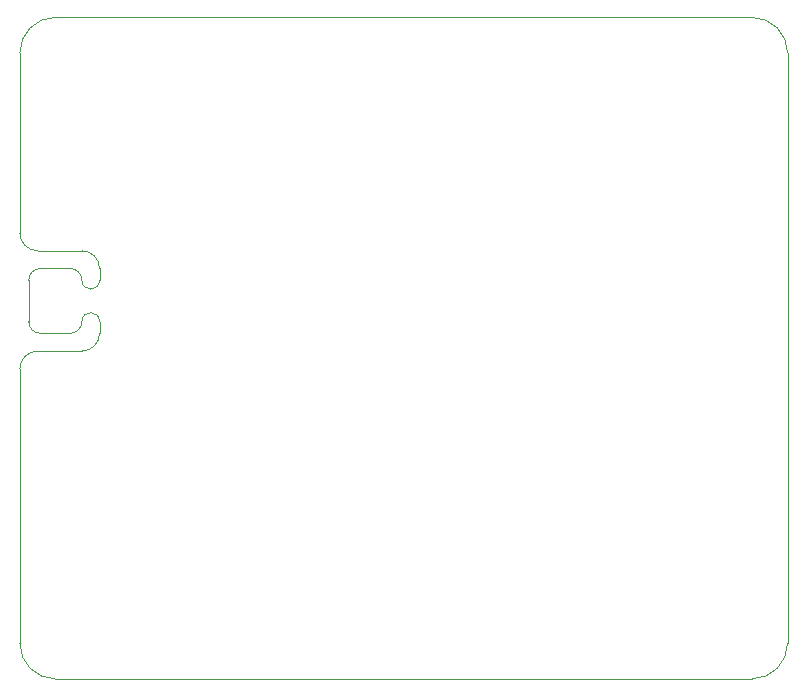
<source format=gm1>
G04 #@! TF.GenerationSoftware,KiCad,Pcbnew,5.1.4+dfsg1-1*
G04 #@! TF.CreationDate,2019-09-17T12:44:20+02:00*
G04 #@! TF.ProjectId,alpha,616c7068-612e-46b6-9963-61645f706362,rev?*
G04 #@! TF.SameCoordinates,Original*
G04 #@! TF.FileFunction,Profile,NP*
%FSLAX46Y46*%
G04 Gerber Fmt 4.6, Leading zero omitted, Abs format (unit mm)*
G04 Created by KiCad (PCBNEW 5.1.4+dfsg1-1) date 2019-09-17 12:44:20*
%MOMM*%
%LPD*%
G04 APERTURE LIST*
%ADD10C,0.100000*%
G04 APERTURE END LIST*
D10*
X0Y37750000D02*
G75*
G03X1500000Y36250000I1500000J0D01*
G01*
X1500000Y27750000D02*
G75*
G03X0Y26250000I0J-1500000D01*
G01*
X1500000Y36250000D02*
X5250000Y36250000D01*
X6750000Y33750000D02*
X6750000Y34750000D01*
X6750000Y34750000D02*
G75*
G03X5250000Y36250000I-1500000J0D01*
G01*
X6750000Y29250000D02*
X6750000Y30250000D01*
X1500000Y27750000D02*
X5250000Y27750000D01*
X5250000Y27750000D02*
G75*
G03X6750000Y29250000I0J1500000D01*
G01*
X1750000Y29250000D02*
X4250000Y29250000D01*
X750000Y33750000D02*
X750000Y30250000D01*
X4250000Y34750000D02*
X1750000Y34750000D01*
X1750000Y34750000D02*
G75*
G03X750000Y33750000I0J-1000000D01*
G01*
X750000Y30250000D02*
G75*
G03X1750000Y29250000I1000000J0D01*
G01*
X5250000Y30250000D02*
G75*
G02X6750000Y30250000I750000J0D01*
G01*
X5250000Y33750000D02*
G75*
G03X6750000Y33750000I750000J0D01*
G01*
X5250000Y33750000D02*
G75*
G03X4250000Y34750000I-1000000J0D01*
G01*
X4250000Y29250000D02*
G75*
G03X5250000Y30250000I0J1000000D01*
G01*
X0Y3000000D02*
G75*
G03X3000000Y0I3000000J0D01*
G01*
X0Y53000000D02*
X0Y37750000D01*
X65000000Y53000000D02*
G75*
G03X62000000Y56000000I-3000000J0D01*
G01*
X62000000Y0D02*
G75*
G03X65000000Y3000000I0J3000000D01*
G01*
X3000000Y56000000D02*
G75*
G03X0Y53000000I0J-3000000D01*
G01*
X62000000Y56000000D02*
X3000000Y56000000D01*
X65000000Y3000000D02*
X65000000Y53000000D01*
X3000000Y0D02*
X62000000Y0D01*
X0Y26250000D02*
X0Y3000000D01*
M02*

</source>
